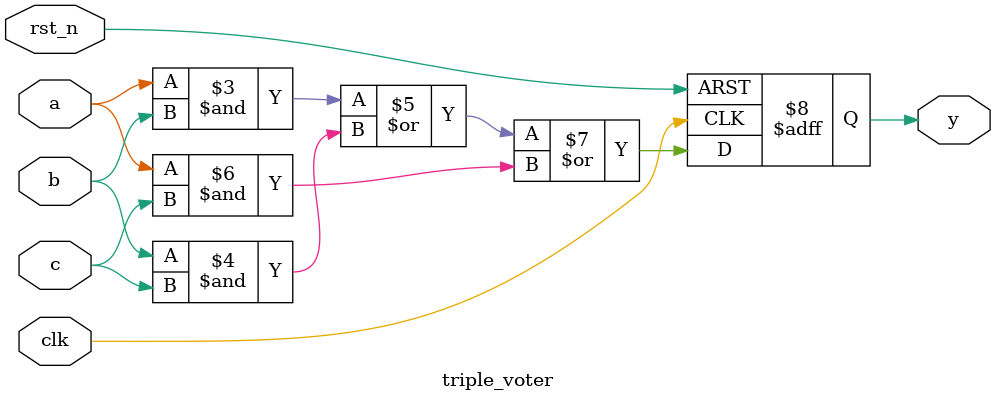
<source format=sv>
module triple_voter(
   input  logic clk,
   input  logic rst_n,
   input  logic a,
   input  logic b,
   input  logic c,
   output logic y
   );
  
   // Sequential logic for registered output
   always_ff @(posedge clk or negedge rst_n) begin
       if (!rst_n) begin
           y <= 0; // Reset output to 0 with non-blocking assignment
       end else begin
           // Majority voting logic: at least two of three must agree
           y <=( a & b) | (b&c) | (a&c);
       end
   end
endmodule

</source>
